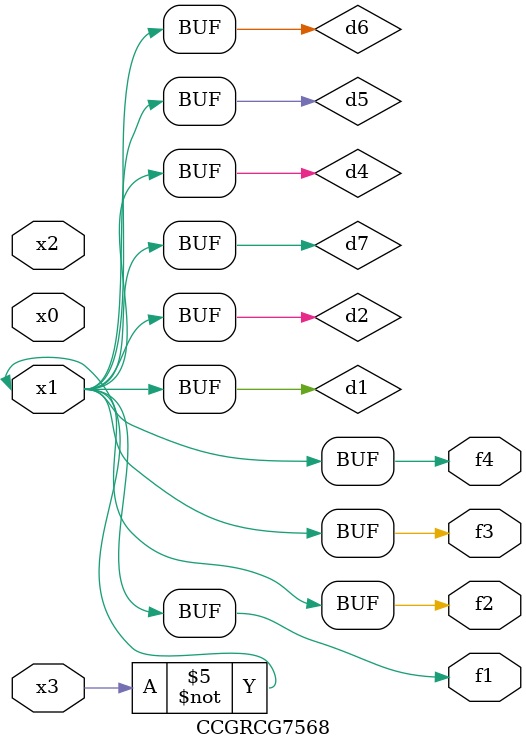
<source format=v>
module CCGRCG7568(
	input x0, x1, x2, x3,
	output f1, f2, f3, f4
);

	wire d1, d2, d3, d4, d5, d6, d7;

	not (d1, x3);
	buf (d2, x1);
	xnor (d3, d1, d2);
	nor (d4, d1);
	buf (d5, d1, d2);
	buf (d6, d4, d5);
	nand (d7, d4);
	assign f1 = d6;
	assign f2 = d7;
	assign f3 = d6;
	assign f4 = d6;
endmodule

</source>
